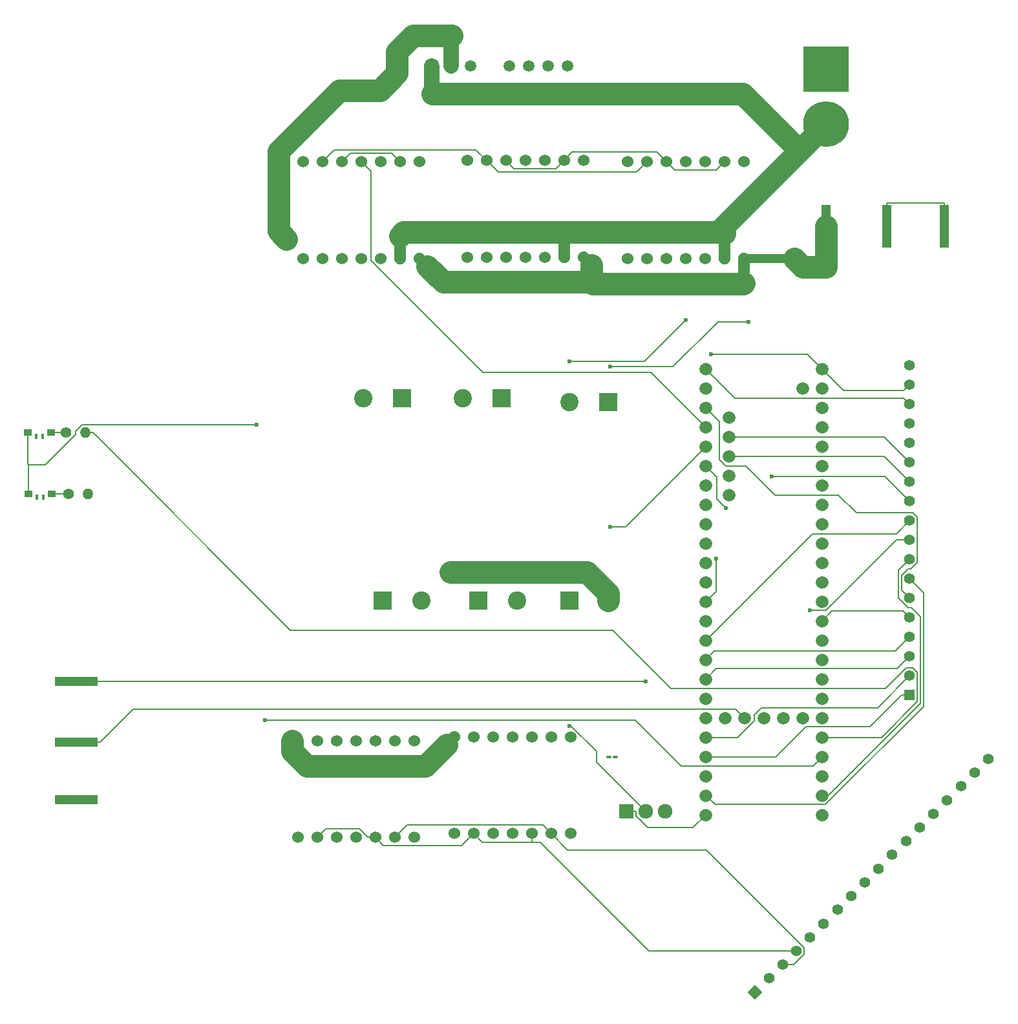
<source format=gtl>
G04 #@! TF.GenerationSoftware,KiCad,Pcbnew,8.0.5*
G04 #@! TF.CreationDate,2024-12-27T19:52:07-05:00*
G04 #@! TF.ProjectId,RoboCup25PCBv1,526f626f-4375-4703-9235-50434276312e,rev?*
G04 #@! TF.SameCoordinates,Original*
G04 #@! TF.FileFunction,Copper,L1,Top*
G04 #@! TF.FilePolarity,Positive*
%FSLAX46Y46*%
G04 Gerber Fmt 4.6, Leading zero omitted, Abs format (unit mm)*
G04 Created by KiCad (PCBNEW 8.0.5) date 2024-12-27 19:52:07*
%MOMM*%
%LPD*%
G01*
G04 APERTURE LIST*
G04 Aperture macros list*
%AMRoundRect*
0 Rectangle with rounded corners*
0 $1 Rounding radius*
0 $2 $3 $4 $5 $6 $7 $8 $9 X,Y pos of 4 corners*
0 Add a 4 corners polygon primitive as box body*
4,1,4,$2,$3,$4,$5,$6,$7,$8,$9,$2,$3,0*
0 Add four circle primitives for the rounded corners*
1,1,$1+$1,$2,$3*
1,1,$1+$1,$4,$5*
1,1,$1+$1,$6,$7*
1,1,$1+$1,$8,$9*
0 Add four rect primitives between the rounded corners*
20,1,$1+$1,$2,$3,$4,$5,0*
20,1,$1+$1,$4,$5,$6,$7,0*
20,1,$1+$1,$6,$7,$8,$9,0*
20,1,$1+$1,$8,$9,$2,$3,0*%
%AMRotRect*
0 Rectangle, with rotation*
0 The origin of the aperture is its center*
0 $1 length*
0 $2 width*
0 $3 Rotation angle, in degrees counterclockwise*
0 Add horizontal line*
21,1,$1,$2,0,0,$3*%
G04 Aperture macros list end*
G04 #@! TA.AperFunction,ComponentPad*
%ADD10R,2.400000X2.400000*%
G04 #@! TD*
G04 #@! TA.AperFunction,ComponentPad*
%ADD11C,2.400000*%
G04 #@! TD*
G04 #@! TA.AperFunction,ComponentPad*
%ADD12C,1.524000*%
G04 #@! TD*
G04 #@! TA.AperFunction,ComponentPad*
%ADD13R,5.600000X1.200000*%
G04 #@! TD*
G04 #@! TA.AperFunction,ComponentPad*
%ADD14R,1.920000X1.920000*%
G04 #@! TD*
G04 #@! TA.AperFunction,ComponentPad*
%ADD15C,1.920000*%
G04 #@! TD*
G04 #@! TA.AperFunction,ComponentPad*
%ADD16R,1.200000X5.600000*%
G04 #@! TD*
G04 #@! TA.AperFunction,ComponentPad*
%ADD17C,1.400000*%
G04 #@! TD*
G04 #@! TA.AperFunction,ComponentPad*
%ADD18O,1.400000X1.400000*%
G04 #@! TD*
G04 #@! TA.AperFunction,ComponentPad*
%ADD19R,1.398000X1.398000*%
G04 #@! TD*
G04 #@! TA.AperFunction,ComponentPad*
%ADD20C,1.398000*%
G04 #@! TD*
G04 #@! TA.AperFunction,ComponentPad*
%ADD21R,1.508000X1.508000*%
G04 #@! TD*
G04 #@! TA.AperFunction,ComponentPad*
%ADD22C,1.508000*%
G04 #@! TD*
G04 #@! TA.AperFunction,SMDPad,CuDef*
%ADD23R,1.000000X0.900000*%
G04 #@! TD*
G04 #@! TA.AperFunction,SMDPad,CuDef*
%ADD24R,0.400000X0.800000*%
G04 #@! TD*
G04 #@! TA.AperFunction,ComponentPad*
%ADD25C,1.665000*%
G04 #@! TD*
G04 #@! TA.AperFunction,SMDPad,CuDef*
%ADD26RoundRect,0.100000X-0.217500X-0.100000X0.217500X-0.100000X0.217500X0.100000X-0.217500X0.100000X0*%
G04 #@! TD*
G04 #@! TA.AperFunction,ComponentPad*
%ADD27C,6.000000*%
G04 #@! TD*
G04 #@! TA.AperFunction,ComponentPad*
%ADD28R,6.000000X6.000000*%
G04 #@! TD*
G04 #@! TA.AperFunction,ComponentPad*
%ADD29RotRect,1.398000X1.398000X45.000000*%
G04 #@! TD*
G04 #@! TA.AperFunction,ViaPad*
%ADD30C,0.600000*%
G04 #@! TD*
G04 #@! TA.AperFunction,ViaPad*
%ADD31C,1.500000*%
G04 #@! TD*
G04 #@! TA.AperFunction,Conductor*
%ADD32C,0.200000*%
G04 #@! TD*
G04 #@! TA.AperFunction,Conductor*
%ADD33C,3.000000*%
G04 #@! TD*
G04 #@! TA.AperFunction,Conductor*
%ADD34C,1.523800*%
G04 #@! TD*
G04 #@! TA.AperFunction,Conductor*
%ADD35C,2.000000*%
G04 #@! TD*
G04 #@! TA.AperFunction,Conductor*
%ADD36C,0.300000*%
G04 #@! TD*
G04 #@! TA.AperFunction,Conductor*
%ADD37C,1.199800*%
G04 #@! TD*
G04 APERTURE END LIST*
D10*
X332920000Y-201000000D03*
D11*
X338000000Y-201000000D03*
D12*
X317840000Y-231500000D03*
X320380000Y-231500000D03*
X322920000Y-231500000D03*
X325460000Y-231500000D03*
X328000000Y-231500000D03*
X330540000Y-231500000D03*
X333080000Y-231500000D03*
X333080000Y-218840000D03*
X330540000Y-218840000D03*
X328000000Y-218840000D03*
X325460000Y-218840000D03*
X322920000Y-218840000D03*
X320380000Y-218840000D03*
X317840000Y-218840000D03*
D13*
X268335000Y-219525000D03*
X268335000Y-227025000D03*
X268335000Y-211525000D03*
D14*
X340360000Y-228600000D03*
D15*
X342900000Y-228600000D03*
X345440000Y-228600000D03*
D12*
X334740000Y-143340000D03*
X332200000Y-143340000D03*
X329660000Y-143340000D03*
X327120000Y-143340000D03*
X324580000Y-143340000D03*
X322040000Y-143340000D03*
X319500000Y-143340000D03*
X319500000Y-156000000D03*
X322040000Y-156000000D03*
X324580000Y-156000000D03*
X327120000Y-156000000D03*
X329660000Y-156000000D03*
X332200000Y-156000000D03*
X334740000Y-156000000D03*
D16*
X374500000Y-152000000D03*
X382000000Y-152000000D03*
X366500000Y-152000000D03*
D10*
X311000000Y-174500000D03*
D11*
X305920000Y-174500000D03*
D10*
X308420000Y-201000000D03*
D11*
X313500000Y-201000000D03*
D12*
X297340000Y-232000000D03*
X299880000Y-232000000D03*
X302420000Y-232000000D03*
X304960000Y-232000000D03*
X307500000Y-232000000D03*
X310040000Y-232000000D03*
X312580000Y-232000000D03*
X312580000Y-219340000D03*
X310040000Y-219340000D03*
X307500000Y-219340000D03*
X304960000Y-219340000D03*
X302420000Y-219340000D03*
X299880000Y-219340000D03*
X297340000Y-219340000D03*
D17*
X266960000Y-179000000D03*
D18*
X269500000Y-179000000D03*
D19*
X377460000Y-213360000D03*
D20*
X377460000Y-210820000D03*
X377460000Y-208280000D03*
X377460000Y-205740000D03*
X377460000Y-203200000D03*
X377460000Y-200660000D03*
X377460000Y-198120000D03*
X377460000Y-195580000D03*
X377460000Y-193040000D03*
X377460000Y-190500000D03*
X377460000Y-187960000D03*
X377460000Y-185420000D03*
X377460000Y-182880000D03*
X377460000Y-180340000D03*
X377460000Y-177800000D03*
X377460000Y-175260000D03*
X377460000Y-172720000D03*
X377460000Y-170180000D03*
D21*
X314920000Y-131000000D03*
D22*
X317460000Y-131000000D03*
X320000000Y-131000000D03*
X325080000Y-131000000D03*
X327620000Y-131000000D03*
X330160000Y-131000000D03*
X332700000Y-131000000D03*
D12*
X355780000Y-143500000D03*
X353240000Y-143500000D03*
X350700000Y-143500000D03*
X348160000Y-143500000D03*
X345620000Y-143500000D03*
X343080000Y-143500000D03*
X340540000Y-143500000D03*
X340540000Y-156160000D03*
X343080000Y-156160000D03*
X345620000Y-156160000D03*
X348160000Y-156160000D03*
X350700000Y-156160000D03*
X353240000Y-156160000D03*
X355780000Y-156160000D03*
D23*
X262067500Y-187000000D03*
X265067500Y-187000000D03*
D24*
X263967500Y-187450000D03*
X263167500Y-187450000D03*
D25*
X350760000Y-175720000D03*
X350760000Y-178260000D03*
X350760000Y-180800000D03*
X350760000Y-183340000D03*
X350760000Y-185880000D03*
X350760000Y-188420000D03*
X350760000Y-190960000D03*
X350760000Y-193500000D03*
X350760000Y-196040000D03*
X350760000Y-198580000D03*
X350760000Y-201120000D03*
X350760000Y-203660000D03*
X366000000Y-203660000D03*
X366000000Y-201120000D03*
X366000000Y-198580000D03*
X366000000Y-196040000D03*
X366000000Y-193500000D03*
X366000000Y-190960000D03*
X366000000Y-188420000D03*
X366000000Y-185880000D03*
X366000000Y-183340000D03*
X366000000Y-180800000D03*
X366000000Y-178260000D03*
X350760000Y-208740000D03*
X350760000Y-211280000D03*
X350760000Y-213820000D03*
X350760000Y-216360000D03*
X350760000Y-218900000D03*
X350760000Y-221440000D03*
X350760000Y-223980000D03*
X350760000Y-226520000D03*
X350760000Y-229060000D03*
X366000000Y-229060000D03*
X366000000Y-226520000D03*
X366000000Y-223980000D03*
X366000000Y-221440000D03*
X366000000Y-218900000D03*
X366000000Y-216360000D03*
X366000000Y-213820000D03*
X366000000Y-211280000D03*
X366000000Y-208740000D03*
X350760000Y-206200000D03*
X353300000Y-216360000D03*
X355840000Y-216360000D03*
X358380000Y-216360000D03*
X360920000Y-216360000D03*
X363460000Y-216360000D03*
X353810000Y-187150000D03*
X353810000Y-184610000D03*
X353810000Y-182070000D03*
X353810000Y-179530000D03*
X353810000Y-176990000D03*
X366000000Y-175720000D03*
X366000000Y-170640000D03*
X350760000Y-173180000D03*
X363460000Y-173180000D03*
X366000000Y-206200000D03*
X366000000Y-173180000D03*
X350760000Y-170640000D03*
D12*
X313280000Y-143500000D03*
X310740000Y-143500000D03*
X308200000Y-143500000D03*
X305660000Y-143500000D03*
X303120000Y-143500000D03*
X300580000Y-143500000D03*
X298040000Y-143500000D03*
X298040000Y-156160000D03*
X300580000Y-156160000D03*
X303120000Y-156160000D03*
X305660000Y-156160000D03*
X308200000Y-156160000D03*
X310740000Y-156160000D03*
X313280000Y-156160000D03*
D26*
X338092500Y-221500000D03*
X338907500Y-221500000D03*
D27*
X366500000Y-138600000D03*
D28*
X366500000Y-131400000D03*
D10*
X321000000Y-201000000D03*
D11*
X326080000Y-201000000D03*
D17*
X267280000Y-187000000D03*
D18*
X269820000Y-187000000D03*
D29*
X357243465Y-252256535D03*
D20*
X359039516Y-250460484D03*
X360835567Y-248664433D03*
X362631618Y-246868382D03*
X364427669Y-245072331D03*
X366223721Y-243276279D03*
X368019772Y-241480228D03*
X369815823Y-239684177D03*
X371611874Y-237888126D03*
X373407926Y-236092074D03*
X375203977Y-234296023D03*
X377000028Y-232499972D03*
X378796079Y-230703921D03*
X380592131Y-228907869D03*
X382388182Y-227111818D03*
X384184233Y-225315767D03*
X385980284Y-223519716D03*
X387776335Y-221723665D03*
D23*
X262000000Y-179000000D03*
X265000000Y-179000000D03*
D24*
X263900000Y-179450000D03*
X263100000Y-179450000D03*
D10*
X338000000Y-175000000D03*
D11*
X332920000Y-175000000D03*
D10*
X324000000Y-174500000D03*
D11*
X318920000Y-174500000D03*
D30*
X364387000Y-202254200D03*
X352100800Y-195521100D03*
X351416000Y-168696900D03*
X338256000Y-191300200D03*
X359382200Y-184730700D03*
X291934300Y-177989400D03*
X353430000Y-188896500D03*
X293021200Y-216621700D03*
D31*
X317298300Y-197258600D03*
D30*
X332920000Y-217374600D03*
X356350100Y-164487400D03*
X338256000Y-170357200D03*
X332920000Y-169633600D03*
X348160000Y-164202000D03*
X295874300Y-153634300D03*
X342896600Y-211525000D03*
D32*
X374110000Y-182070000D02*
X377460000Y-185420000D01*
X353810000Y-182070000D02*
X374110000Y-182070000D01*
X372312900Y-217506400D02*
X363867000Y-217506400D01*
X377460000Y-213360000D02*
X376459300Y-213360000D01*
X359933400Y-221440000D02*
X350760000Y-221440000D01*
X363867000Y-217506400D02*
X359933400Y-221440000D01*
X376459300Y-213360000D02*
X372312900Y-217506400D01*
X366560700Y-202254200D02*
X364387000Y-202254200D01*
X377460000Y-193040000D02*
X375774900Y-193040000D01*
X375774900Y-193040000D02*
X366560700Y-202254200D01*
X379275700Y-199935700D02*
X377460000Y-198120000D01*
X350760000Y-226520000D02*
X351931800Y-227691800D01*
X351931800Y-227691800D02*
X366456100Y-227691800D01*
X366456100Y-227691800D02*
X379275700Y-214872200D01*
X379275700Y-214872200D02*
X379275700Y-199935700D01*
X352100800Y-199779200D02*
X352100800Y-195521100D01*
X350760000Y-201120000D02*
X352100800Y-199779200D01*
X367326700Y-202333300D02*
X376593300Y-202333300D01*
X376593300Y-202333300D02*
X377460000Y-203200000D01*
X366000000Y-203660000D02*
X367326700Y-202333300D01*
X310040000Y-232000000D02*
X311670200Y-230369800D01*
X363652300Y-246467900D02*
X350830500Y-233646100D01*
X341689400Y-144890600D02*
X343080000Y-143500000D01*
X366000000Y-170640000D02*
X364056900Y-168696900D01*
X323590600Y-144890600D02*
X341689400Y-144890600D01*
X376691300Y-173488700D02*
X368848700Y-173488700D01*
X300580000Y-143500000D02*
X302102300Y-141977700D01*
X329409800Y-230369800D02*
X330540000Y-231500000D01*
X368848700Y-173488700D02*
X366000000Y-170640000D01*
X302102300Y-141977700D02*
X320677700Y-141977700D01*
X363652300Y-247292900D02*
X363652300Y-246467900D01*
X362280800Y-248664400D02*
X363652300Y-247292900D01*
X360835600Y-248664400D02*
X362280800Y-248664400D01*
X322040000Y-143340000D02*
X323590600Y-144890600D01*
X364056900Y-168696900D02*
X351416000Y-168696900D01*
X350830500Y-233646100D02*
X332686100Y-233646100D01*
X320677700Y-141977700D02*
X322040000Y-143340000D01*
X332686100Y-233646100D02*
X330540000Y-231500000D01*
X311670200Y-230369800D02*
X329409800Y-230369800D01*
X377460000Y-172720000D02*
X376691300Y-173488700D01*
X340259800Y-191300200D02*
X338256000Y-191300200D01*
X350760000Y-180800000D02*
X340259800Y-191300200D01*
X338625300Y-204878200D02*
X296379900Y-204878200D01*
X378466500Y-214213600D02*
X378466500Y-210411100D01*
X378466500Y-210411100D02*
X377853700Y-209798300D01*
X374336000Y-212460900D02*
X346208000Y-212460900D01*
X269500000Y-179000000D02*
X270501700Y-179000000D01*
X376998600Y-209798300D02*
X374336000Y-212460900D01*
X366000000Y-218900000D02*
X373780100Y-218900000D01*
X346208000Y-212460900D02*
X338625300Y-204878200D01*
X377853700Y-209798300D02*
X376998600Y-209798300D01*
X296379900Y-204878200D02*
X270501700Y-179000000D01*
X373780100Y-218900000D02*
X378466500Y-214213600D01*
X265000000Y-179000000D02*
X266960000Y-179000000D01*
X376038800Y-197001200D02*
X377460000Y-195580000D01*
X378873900Y-214409800D02*
X378873900Y-203121500D01*
X366763700Y-226520000D02*
X378873900Y-214409800D01*
X378873900Y-203121500D02*
X377682400Y-201930000D01*
X377303200Y-201930000D02*
X376038800Y-200665600D01*
X366000000Y-226520000D02*
X366763700Y-226520000D01*
X376038800Y-200665600D02*
X376038800Y-197001200D01*
X377682400Y-201930000D02*
X377303200Y-201930000D01*
X374230700Y-184730700D02*
X359382200Y-184730700D01*
X377460000Y-187960000D02*
X374230700Y-184730700D01*
X329112000Y-232612000D02*
X328000000Y-232612000D01*
X328000000Y-232612000D02*
X321492000Y-232612000D01*
X320380000Y-231500000D02*
X318812300Y-233067700D01*
X318812300Y-233067700D02*
X308567700Y-233067700D01*
X328000000Y-232612000D02*
X328000000Y-231500000D01*
X308567700Y-233067700D02*
X307500000Y-232000000D01*
X305423000Y-230911400D02*
X306511600Y-232000000D01*
X262067500Y-183166500D02*
X264267300Y-183166500D01*
X362631600Y-246868400D02*
X343368400Y-246868400D01*
X325671500Y-144431500D02*
X331108500Y-144431500D01*
X346704000Y-144584000D02*
X352156000Y-144584000D01*
X331108500Y-144431500D02*
X332200000Y-143340000D01*
X303120000Y-143500000D02*
X304206700Y-142413300D01*
X376650000Y-174450000D02*
X377460000Y-175260000D01*
X262067500Y-186975000D02*
X262067500Y-186248300D01*
X332200000Y-143340000D02*
X333285700Y-142254300D01*
X333285700Y-142254300D02*
X344374300Y-142254300D01*
X306511600Y-232000000D02*
X307500000Y-232000000D01*
X262000000Y-183099000D02*
X262000000Y-179000000D01*
X321492000Y-232612000D02*
X320380000Y-231500000D01*
X264267300Y-183166500D02*
X268230000Y-179203800D01*
X269045800Y-177989400D02*
X291934300Y-177989400D01*
X268230000Y-179203800D02*
X268230000Y-178805200D01*
X299880000Y-232000000D02*
X300968600Y-230911400D01*
X300968600Y-230911400D02*
X305423000Y-230911400D01*
X344374300Y-142254300D02*
X345620000Y-143500000D01*
X350760000Y-170640000D02*
X354570000Y-174450000D01*
X345620000Y-143500000D02*
X346704000Y-144584000D01*
X309653300Y-142413300D02*
X310740000Y-143500000D01*
X304206700Y-142413300D02*
X309653300Y-142413300D01*
X343368400Y-246868400D02*
X329112000Y-232612000D01*
X262067500Y-186248300D02*
X262067500Y-183166500D01*
X262067500Y-183166500D02*
X262000000Y-183099000D01*
X324580000Y-143340000D02*
X325671500Y-144431500D01*
X354570000Y-174450000D02*
X376650000Y-174450000D01*
X268230000Y-178805200D02*
X269045800Y-177989400D01*
X352156000Y-144584000D02*
X353240000Y-143500000D01*
X262067500Y-186975000D02*
X262067500Y-187000000D01*
X352226700Y-184806700D02*
X352226700Y-187693200D01*
X352226700Y-187693200D02*
X353430000Y-188896500D01*
X350760000Y-183340000D02*
X352226700Y-184806700D01*
X351920700Y-207579300D02*
X375620700Y-207579300D01*
X350760000Y-208740000D02*
X351920700Y-207579300D01*
X375620700Y-207579300D02*
X377460000Y-205740000D01*
X366000000Y-221440000D02*
X364803000Y-222637000D01*
X364803000Y-222637000D02*
X347527800Y-222637000D01*
X341512500Y-216621700D02*
X293021200Y-216621700D01*
X347527800Y-222637000D02*
X341512500Y-216621700D01*
X375834700Y-209905300D02*
X352134700Y-209905300D01*
X352134700Y-209905300D02*
X350760000Y-211280000D01*
X377460000Y-208280000D02*
X375834700Y-209905300D01*
X306930000Y-144770000D02*
X306930000Y-156440600D01*
X321570300Y-171080900D02*
X343580900Y-171080900D01*
X305660000Y-143500000D02*
X306930000Y-144770000D01*
X306930000Y-156440600D02*
X321570300Y-171080900D01*
X343580900Y-171080900D02*
X350760000Y-178260000D01*
X350760000Y-206200000D02*
X364719200Y-192240800D01*
X364719200Y-192240800D02*
X375719200Y-192240800D01*
X375719200Y-192240800D02*
X377460000Y-190500000D01*
X382000000Y-148898300D02*
X374500000Y-148898300D01*
X382000000Y-152000000D02*
X382000000Y-148898300D01*
X374500000Y-152000000D02*
X374500000Y-148898300D01*
D33*
X363040000Y-142060000D02*
X353078300Y-152021700D01*
X363040000Y-142060000D02*
X355592802Y-134612802D01*
X353078300Y-152021700D02*
X353078300Y-152736100D01*
X353078300Y-152736100D02*
X332200000Y-152736100D01*
D34*
X310740000Y-153193400D02*
X310740000Y-156160000D01*
D33*
X353240000Y-152897800D02*
X353078300Y-152736100D01*
D35*
X314920000Y-131000000D02*
X314920000Y-134565604D01*
D33*
X338000000Y-200064400D02*
X335194200Y-197258600D01*
X355592802Y-134612802D02*
X314967198Y-134612802D01*
X338000000Y-201000000D02*
X338000000Y-200064400D01*
D36*
X314920000Y-134565604D02*
X314967198Y-134612802D01*
D33*
X314967198Y-134612802D02*
X314960000Y-134620000D01*
X311197300Y-152736100D02*
X332200000Y-152736100D01*
X366500000Y-138600000D02*
X363040000Y-142060000D01*
D34*
X353240000Y-152897800D02*
X353240000Y-156160000D01*
X332200000Y-152736100D02*
X332200000Y-156000000D01*
D33*
X310740000Y-153193400D02*
X311197300Y-152736100D01*
X335194200Y-197258600D02*
X317298300Y-197258600D01*
D32*
X342900000Y-228600000D02*
X336440300Y-222140300D01*
X336440300Y-222140300D02*
X336440300Y-220693300D01*
X336440300Y-220693300D02*
X333121600Y-217374600D01*
X333121600Y-217374600D02*
X332920000Y-217374600D01*
X346498100Y-170357200D02*
X352367900Y-164487400D01*
X352367900Y-164487400D02*
X356350100Y-164487400D01*
X338256000Y-170357200D02*
X346498100Y-170357200D01*
X342728400Y-169633600D02*
X332920000Y-169633600D01*
X348160000Y-164202000D02*
X342728400Y-169633600D01*
X275778100Y-215183600D02*
X354663600Y-215183600D01*
X271436700Y-219525000D02*
X275778100Y-215183600D01*
X354663600Y-215183600D02*
X355840000Y-216360000D01*
X268335000Y-219525000D02*
X271436700Y-219525000D01*
D33*
X298541500Y-222653100D02*
X314026900Y-222653100D01*
X296616100Y-220727700D02*
X298541500Y-222653100D01*
X308079993Y-134138953D02*
X310295164Y-131923782D01*
D34*
X335778000Y-157038000D02*
X334740000Y-156000000D01*
D33*
X310295164Y-129116836D02*
X312412000Y-127000000D01*
X335989400Y-159486400D02*
X335778000Y-159275000D01*
X355780000Y-159422200D02*
X355715800Y-159486400D01*
D37*
X355780000Y-156160000D02*
X362340000Y-156160000D01*
D34*
X296616100Y-219340000D02*
X297340000Y-219340000D01*
D33*
X363481700Y-157301700D02*
X362340000Y-156160000D01*
X316395000Y-159275000D02*
X335778000Y-159275000D01*
X314318000Y-157198000D02*
X316395000Y-159275000D01*
X295874300Y-153634300D02*
X294778000Y-152538000D01*
X310295164Y-131923782D02*
X310295164Y-129116836D01*
D34*
X316802100Y-219877900D02*
X317840000Y-218840000D01*
D33*
X302741047Y-134138953D02*
X308079993Y-134138953D01*
D34*
X355780000Y-159422200D02*
X355780000Y-156160000D01*
D33*
X294778000Y-142102000D02*
X302741047Y-134138953D01*
X314026900Y-222653100D02*
X316802100Y-219877900D01*
X310295164Y-131923782D02*
X310295164Y-129582981D01*
X335778000Y-159275000D02*
X335778000Y-157038000D01*
X312412000Y-127000000D02*
X317500000Y-127000000D01*
X294778000Y-152538000D02*
X294778000Y-142102000D01*
X355715800Y-159486400D02*
X335989400Y-159486400D01*
X310138946Y-132080000D02*
X310295164Y-131923782D01*
D35*
X317460000Y-131000000D02*
X317460000Y-127040000D01*
D33*
X296616100Y-219340000D02*
X296616100Y-220727700D01*
X366500000Y-157301700D02*
X363481700Y-157301700D01*
D34*
X314318000Y-157198000D02*
X313280000Y-156160000D01*
D33*
X366500000Y-152000000D02*
X366500000Y-157301700D01*
D36*
X317460000Y-127040000D02*
X317500000Y-127000000D01*
D32*
X340360000Y-228600000D02*
X341621700Y-228600000D01*
X343178500Y-230708800D02*
X341621700Y-229152000D01*
X350760000Y-229060000D02*
X349111200Y-230708800D01*
X341621700Y-229152000D02*
X341621700Y-228600000D01*
X349111200Y-230708800D02*
X343178500Y-230708800D01*
X265067500Y-187000000D02*
X267280000Y-187000000D01*
X271436700Y-211525000D02*
X342896600Y-211525000D01*
X268335000Y-211525000D02*
X271436700Y-211525000D01*
X354929300Y-218900000D02*
X357110000Y-216719300D01*
X357110000Y-215973300D02*
X358084400Y-214998900D01*
X350760000Y-218900000D02*
X354929300Y-218900000D01*
X357110000Y-216719300D02*
X357110000Y-215973300D01*
X373281100Y-214998900D02*
X377460000Y-210820000D01*
X358084400Y-214998900D02*
X373281100Y-214998900D01*
X353810000Y-179530000D02*
X374110000Y-179530000D01*
X374110000Y-179530000D02*
X377460000Y-182880000D01*
X359814300Y-187150000D02*
X356004300Y-183340000D01*
X370467800Y-189499300D02*
X368118500Y-187150000D01*
X353418500Y-183340000D02*
X352579200Y-182500700D01*
X352579200Y-182500700D02*
X352579200Y-177539200D01*
X376448100Y-199648100D02*
X376448100Y-197658400D01*
X377901900Y-189499300D02*
X370467800Y-189499300D01*
X378473000Y-190070400D02*
X377901900Y-189499300D01*
X377632300Y-196850000D02*
X378473000Y-196009300D01*
X378473000Y-196009300D02*
X378473000Y-190070400D01*
X352579200Y-177539200D02*
X350760000Y-175720000D01*
X376448100Y-197658400D02*
X377256500Y-196850000D01*
X377256500Y-196850000D02*
X377632300Y-196850000D01*
X368118500Y-187150000D02*
X359814300Y-187150000D01*
X356004300Y-183340000D02*
X353418500Y-183340000D01*
X377460000Y-200660000D02*
X376448100Y-199648100D01*
M02*

</source>
